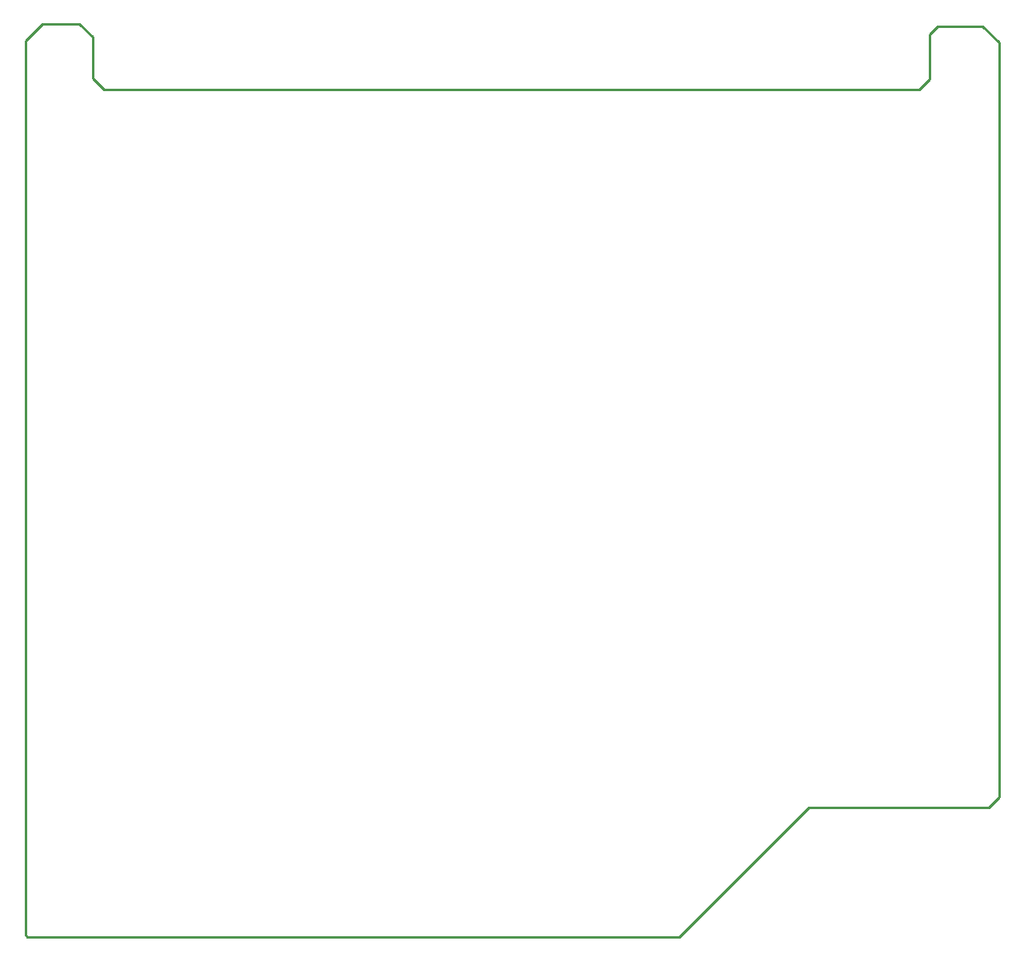
<source format=gm1>
G04 Layer_Color=16711935*
%FSLAX24Y24*%
%MOIN*%
G70*
G01*
G75*
%ADD18C,0.0100*%
G54D18*
X-45906Y7795D02*
X-23425D01*
X-45984Y7874D02*
X-45906Y7795D01*
X-45984Y7874D02*
Y42323D01*
X-23425Y7795D02*
X-18740D01*
X-13346Y13189D01*
X-5433Y13622D02*
Y45079D01*
X-45984Y42323D02*
Y45157D01*
X-45276Y45866D01*
X-43740D01*
X-43189Y45315D01*
Y43583D02*
Y45315D01*
Y43583D02*
X-42717Y43110D01*
X-9213D01*
X-9055D01*
X-8307Y43543D02*
Y45276D01*
X-9055Y43110D02*
X-8740D01*
X-8307Y43543D01*
X-7992Y45748D02*
X-6457D01*
X-8307Y45276D02*
Y45433D01*
X-7992Y45748D01*
X-6457D02*
X-6102D01*
X-5433Y45079D01*
X-13346Y13189D02*
X-5866D01*
X-5433Y13622D01*
M02*

</source>
